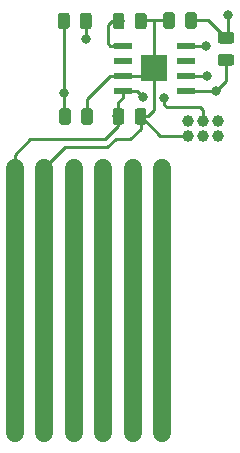
<source format=gtl>
G04 #@! TF.GenerationSoftware,KiCad,Pcbnew,(5.1.0)-1*
G04 #@! TF.CreationDate,2019-11-14T11:54:30+01:00*
G04 #@! TF.ProjectId,perpendicular_pcb,70657270-656e-4646-9963-756c61725f70,rev?*
G04 #@! TF.SameCoordinates,Original*
G04 #@! TF.FileFunction,Copper,L1,Top*
G04 #@! TF.FilePolarity,Positive*
%FSLAX46Y46*%
G04 Gerber Fmt 4.6, Leading zero omitted, Abs format (unit mm)*
G04 Created by KiCad (PCBNEW (5.1.0)-1) date 2019-11-14 11:54:30*
%MOMM*%
%LPD*%
G04 APERTURE LIST*
%ADD10C,0.100000*%
%ADD11C,0.975000*%
%ADD12C,0.533400*%
%ADD13R,1.600200X0.533400*%
%ADD14R,2.286000X2.286000*%
%ADD15C,0.800000*%
%ADD16C,1.000000*%
%ADD17C,1.500000*%
%ADD18C,0.250000*%
G04 APERTURE END LIST*
D10*
G36*
X156712642Y-82841174D02*
G01*
X156736303Y-82844684D01*
X156759507Y-82850496D01*
X156782029Y-82858554D01*
X156803653Y-82868782D01*
X156824170Y-82881079D01*
X156843383Y-82895329D01*
X156861107Y-82911393D01*
X156877171Y-82929117D01*
X156891421Y-82948330D01*
X156903718Y-82968847D01*
X156913946Y-82990471D01*
X156922004Y-83012993D01*
X156927816Y-83036197D01*
X156931326Y-83059858D01*
X156932500Y-83083750D01*
X156932500Y-83996250D01*
X156931326Y-84020142D01*
X156927816Y-84043803D01*
X156922004Y-84067007D01*
X156913946Y-84089529D01*
X156903718Y-84111153D01*
X156891421Y-84131670D01*
X156877171Y-84150883D01*
X156861107Y-84168607D01*
X156843383Y-84184671D01*
X156824170Y-84198921D01*
X156803653Y-84211218D01*
X156782029Y-84221446D01*
X156759507Y-84229504D01*
X156736303Y-84235316D01*
X156712642Y-84238826D01*
X156688750Y-84240000D01*
X156201250Y-84240000D01*
X156177358Y-84238826D01*
X156153697Y-84235316D01*
X156130493Y-84229504D01*
X156107971Y-84221446D01*
X156086347Y-84211218D01*
X156065830Y-84198921D01*
X156046617Y-84184671D01*
X156028893Y-84168607D01*
X156012829Y-84150883D01*
X155998579Y-84131670D01*
X155986282Y-84111153D01*
X155976054Y-84089529D01*
X155967996Y-84067007D01*
X155962184Y-84043803D01*
X155958674Y-84020142D01*
X155957500Y-83996250D01*
X155957500Y-83083750D01*
X155958674Y-83059858D01*
X155962184Y-83036197D01*
X155967996Y-83012993D01*
X155976054Y-82990471D01*
X155986282Y-82968847D01*
X155998579Y-82948330D01*
X156012829Y-82929117D01*
X156028893Y-82911393D01*
X156046617Y-82895329D01*
X156065830Y-82881079D01*
X156086347Y-82868782D01*
X156107971Y-82858554D01*
X156130493Y-82850496D01*
X156153697Y-82844684D01*
X156177358Y-82841174D01*
X156201250Y-82840000D01*
X156688750Y-82840000D01*
X156712642Y-82841174D01*
X156712642Y-82841174D01*
G37*
D11*
X156445000Y-83540000D03*
D10*
G36*
X154837642Y-82841174D02*
G01*
X154861303Y-82844684D01*
X154884507Y-82850496D01*
X154907029Y-82858554D01*
X154928653Y-82868782D01*
X154949170Y-82881079D01*
X154968383Y-82895329D01*
X154986107Y-82911393D01*
X155002171Y-82929117D01*
X155016421Y-82948330D01*
X155028718Y-82968847D01*
X155038946Y-82990471D01*
X155047004Y-83012993D01*
X155052816Y-83036197D01*
X155056326Y-83059858D01*
X155057500Y-83083750D01*
X155057500Y-83996250D01*
X155056326Y-84020142D01*
X155052816Y-84043803D01*
X155047004Y-84067007D01*
X155038946Y-84089529D01*
X155028718Y-84111153D01*
X155016421Y-84131670D01*
X155002171Y-84150883D01*
X154986107Y-84168607D01*
X154968383Y-84184671D01*
X154949170Y-84198921D01*
X154928653Y-84211218D01*
X154907029Y-84221446D01*
X154884507Y-84229504D01*
X154861303Y-84235316D01*
X154837642Y-84238826D01*
X154813750Y-84240000D01*
X154326250Y-84240000D01*
X154302358Y-84238826D01*
X154278697Y-84235316D01*
X154255493Y-84229504D01*
X154232971Y-84221446D01*
X154211347Y-84211218D01*
X154190830Y-84198921D01*
X154171617Y-84184671D01*
X154153893Y-84168607D01*
X154137829Y-84150883D01*
X154123579Y-84131670D01*
X154111282Y-84111153D01*
X154101054Y-84089529D01*
X154092996Y-84067007D01*
X154087184Y-84043803D01*
X154083674Y-84020142D01*
X154082500Y-83996250D01*
X154082500Y-83083750D01*
X154083674Y-83059858D01*
X154087184Y-83036197D01*
X154092996Y-83012993D01*
X154101054Y-82990471D01*
X154111282Y-82968847D01*
X154123579Y-82948330D01*
X154137829Y-82929117D01*
X154153893Y-82911393D01*
X154171617Y-82895329D01*
X154190830Y-82881079D01*
X154211347Y-82868782D01*
X154232971Y-82858554D01*
X154255493Y-82850496D01*
X154278697Y-82844684D01*
X154302358Y-82841174D01*
X154326250Y-82840000D01*
X154813750Y-82840000D01*
X154837642Y-82841174D01*
X154837642Y-82841174D01*
G37*
D11*
X154570000Y-83540000D03*
D10*
G36*
X159860142Y-86401174D02*
G01*
X159883803Y-86404684D01*
X159907007Y-86410496D01*
X159929529Y-86418554D01*
X159951153Y-86428782D01*
X159971670Y-86441079D01*
X159990883Y-86455329D01*
X160008607Y-86471393D01*
X160024671Y-86489117D01*
X160038921Y-86508330D01*
X160051218Y-86528847D01*
X160061446Y-86550471D01*
X160069504Y-86572993D01*
X160075316Y-86596197D01*
X160078826Y-86619858D01*
X160080000Y-86643750D01*
X160080000Y-87131250D01*
X160078826Y-87155142D01*
X160075316Y-87178803D01*
X160069504Y-87202007D01*
X160061446Y-87224529D01*
X160051218Y-87246153D01*
X160038921Y-87266670D01*
X160024671Y-87285883D01*
X160008607Y-87303607D01*
X159990883Y-87319671D01*
X159971670Y-87333921D01*
X159951153Y-87346218D01*
X159929529Y-87356446D01*
X159907007Y-87364504D01*
X159883803Y-87370316D01*
X159860142Y-87373826D01*
X159836250Y-87375000D01*
X158923750Y-87375000D01*
X158899858Y-87373826D01*
X158876197Y-87370316D01*
X158852993Y-87364504D01*
X158830471Y-87356446D01*
X158808847Y-87346218D01*
X158788330Y-87333921D01*
X158769117Y-87319671D01*
X158751393Y-87303607D01*
X158735329Y-87285883D01*
X158721079Y-87266670D01*
X158708782Y-87246153D01*
X158698554Y-87224529D01*
X158690496Y-87202007D01*
X158684684Y-87178803D01*
X158681174Y-87155142D01*
X158680000Y-87131250D01*
X158680000Y-86643750D01*
X158681174Y-86619858D01*
X158684684Y-86596197D01*
X158690496Y-86572993D01*
X158698554Y-86550471D01*
X158708782Y-86528847D01*
X158721079Y-86508330D01*
X158735329Y-86489117D01*
X158751393Y-86471393D01*
X158769117Y-86455329D01*
X158788330Y-86441079D01*
X158808847Y-86428782D01*
X158830471Y-86418554D01*
X158852993Y-86410496D01*
X158876197Y-86404684D01*
X158899858Y-86401174D01*
X158923750Y-86400000D01*
X159836250Y-86400000D01*
X159860142Y-86401174D01*
X159860142Y-86401174D01*
G37*
D11*
X159380000Y-86887500D03*
D10*
G36*
X159860142Y-84526174D02*
G01*
X159883803Y-84529684D01*
X159907007Y-84535496D01*
X159929529Y-84543554D01*
X159951153Y-84553782D01*
X159971670Y-84566079D01*
X159990883Y-84580329D01*
X160008607Y-84596393D01*
X160024671Y-84614117D01*
X160038921Y-84633330D01*
X160051218Y-84653847D01*
X160061446Y-84675471D01*
X160069504Y-84697993D01*
X160075316Y-84721197D01*
X160078826Y-84744858D01*
X160080000Y-84768750D01*
X160080000Y-85256250D01*
X160078826Y-85280142D01*
X160075316Y-85303803D01*
X160069504Y-85327007D01*
X160061446Y-85349529D01*
X160051218Y-85371153D01*
X160038921Y-85391670D01*
X160024671Y-85410883D01*
X160008607Y-85428607D01*
X159990883Y-85444671D01*
X159971670Y-85458921D01*
X159951153Y-85471218D01*
X159929529Y-85481446D01*
X159907007Y-85489504D01*
X159883803Y-85495316D01*
X159860142Y-85498826D01*
X159836250Y-85500000D01*
X158923750Y-85500000D01*
X158899858Y-85498826D01*
X158876197Y-85495316D01*
X158852993Y-85489504D01*
X158830471Y-85481446D01*
X158808847Y-85471218D01*
X158788330Y-85458921D01*
X158769117Y-85444671D01*
X158751393Y-85428607D01*
X158735329Y-85410883D01*
X158721079Y-85391670D01*
X158708782Y-85371153D01*
X158698554Y-85349529D01*
X158690496Y-85327007D01*
X158684684Y-85303803D01*
X158681174Y-85280142D01*
X158680000Y-85256250D01*
X158680000Y-84768750D01*
X158681174Y-84744858D01*
X158684684Y-84721197D01*
X158690496Y-84697993D01*
X158698554Y-84675471D01*
X158708782Y-84653847D01*
X158721079Y-84633330D01*
X158735329Y-84614117D01*
X158751393Y-84596393D01*
X158769117Y-84580329D01*
X158788330Y-84566079D01*
X158808847Y-84553782D01*
X158830471Y-84543554D01*
X158852993Y-84535496D01*
X158876197Y-84529684D01*
X158899858Y-84526174D01*
X158923750Y-84525000D01*
X159836250Y-84525000D01*
X159860142Y-84526174D01*
X159860142Y-84526174D01*
G37*
D11*
X159380000Y-85012500D03*
D10*
G36*
X146022642Y-90961174D02*
G01*
X146046303Y-90964684D01*
X146069507Y-90970496D01*
X146092029Y-90978554D01*
X146113653Y-90988782D01*
X146134170Y-91001079D01*
X146153383Y-91015329D01*
X146171107Y-91031393D01*
X146187171Y-91049117D01*
X146201421Y-91068330D01*
X146213718Y-91088847D01*
X146223946Y-91110471D01*
X146232004Y-91132993D01*
X146237816Y-91156197D01*
X146241326Y-91179858D01*
X146242500Y-91203750D01*
X146242500Y-92116250D01*
X146241326Y-92140142D01*
X146237816Y-92163803D01*
X146232004Y-92187007D01*
X146223946Y-92209529D01*
X146213718Y-92231153D01*
X146201421Y-92251670D01*
X146187171Y-92270883D01*
X146171107Y-92288607D01*
X146153383Y-92304671D01*
X146134170Y-92318921D01*
X146113653Y-92331218D01*
X146092029Y-92341446D01*
X146069507Y-92349504D01*
X146046303Y-92355316D01*
X146022642Y-92358826D01*
X145998750Y-92360000D01*
X145511250Y-92360000D01*
X145487358Y-92358826D01*
X145463697Y-92355316D01*
X145440493Y-92349504D01*
X145417971Y-92341446D01*
X145396347Y-92331218D01*
X145375830Y-92318921D01*
X145356617Y-92304671D01*
X145338893Y-92288607D01*
X145322829Y-92270883D01*
X145308579Y-92251670D01*
X145296282Y-92231153D01*
X145286054Y-92209529D01*
X145277996Y-92187007D01*
X145272184Y-92163803D01*
X145268674Y-92140142D01*
X145267500Y-92116250D01*
X145267500Y-91203750D01*
X145268674Y-91179858D01*
X145272184Y-91156197D01*
X145277996Y-91132993D01*
X145286054Y-91110471D01*
X145296282Y-91088847D01*
X145308579Y-91068330D01*
X145322829Y-91049117D01*
X145338893Y-91031393D01*
X145356617Y-91015329D01*
X145375830Y-91001079D01*
X145396347Y-90988782D01*
X145417971Y-90978554D01*
X145440493Y-90970496D01*
X145463697Y-90964684D01*
X145487358Y-90961174D01*
X145511250Y-90960000D01*
X145998750Y-90960000D01*
X146022642Y-90961174D01*
X146022642Y-90961174D01*
G37*
D11*
X145755000Y-91660000D03*
D10*
G36*
X147897642Y-90961174D02*
G01*
X147921303Y-90964684D01*
X147944507Y-90970496D01*
X147967029Y-90978554D01*
X147988653Y-90988782D01*
X148009170Y-91001079D01*
X148028383Y-91015329D01*
X148046107Y-91031393D01*
X148062171Y-91049117D01*
X148076421Y-91068330D01*
X148088718Y-91088847D01*
X148098946Y-91110471D01*
X148107004Y-91132993D01*
X148112816Y-91156197D01*
X148116326Y-91179858D01*
X148117500Y-91203750D01*
X148117500Y-92116250D01*
X148116326Y-92140142D01*
X148112816Y-92163803D01*
X148107004Y-92187007D01*
X148098946Y-92209529D01*
X148088718Y-92231153D01*
X148076421Y-92251670D01*
X148062171Y-92270883D01*
X148046107Y-92288607D01*
X148028383Y-92304671D01*
X148009170Y-92318921D01*
X147988653Y-92331218D01*
X147967029Y-92341446D01*
X147944507Y-92349504D01*
X147921303Y-92355316D01*
X147897642Y-92358826D01*
X147873750Y-92360000D01*
X147386250Y-92360000D01*
X147362358Y-92358826D01*
X147338697Y-92355316D01*
X147315493Y-92349504D01*
X147292971Y-92341446D01*
X147271347Y-92331218D01*
X147250830Y-92318921D01*
X147231617Y-92304671D01*
X147213893Y-92288607D01*
X147197829Y-92270883D01*
X147183579Y-92251670D01*
X147171282Y-92231153D01*
X147161054Y-92209529D01*
X147152996Y-92187007D01*
X147147184Y-92163803D01*
X147143674Y-92140142D01*
X147142500Y-92116250D01*
X147142500Y-91203750D01*
X147143674Y-91179858D01*
X147147184Y-91156197D01*
X147152996Y-91132993D01*
X147161054Y-91110471D01*
X147171282Y-91088847D01*
X147183579Y-91068330D01*
X147197829Y-91049117D01*
X147213893Y-91031393D01*
X147231617Y-91015329D01*
X147250830Y-91001079D01*
X147271347Y-90988782D01*
X147292971Y-90978554D01*
X147315493Y-90970496D01*
X147338697Y-90964684D01*
X147362358Y-90961174D01*
X147386250Y-90960000D01*
X147873750Y-90960000D01*
X147897642Y-90961174D01*
X147897642Y-90961174D01*
G37*
D11*
X147630000Y-91660000D03*
D10*
G36*
X145932642Y-82871174D02*
G01*
X145956303Y-82874684D01*
X145979507Y-82880496D01*
X146002029Y-82888554D01*
X146023653Y-82898782D01*
X146044170Y-82911079D01*
X146063383Y-82925329D01*
X146081107Y-82941393D01*
X146097171Y-82959117D01*
X146111421Y-82978330D01*
X146123718Y-82998847D01*
X146133946Y-83020471D01*
X146142004Y-83042993D01*
X146147816Y-83066197D01*
X146151326Y-83089858D01*
X146152500Y-83113750D01*
X146152500Y-84026250D01*
X146151326Y-84050142D01*
X146147816Y-84073803D01*
X146142004Y-84097007D01*
X146133946Y-84119529D01*
X146123718Y-84141153D01*
X146111421Y-84161670D01*
X146097171Y-84180883D01*
X146081107Y-84198607D01*
X146063383Y-84214671D01*
X146044170Y-84228921D01*
X146023653Y-84241218D01*
X146002029Y-84251446D01*
X145979507Y-84259504D01*
X145956303Y-84265316D01*
X145932642Y-84268826D01*
X145908750Y-84270000D01*
X145421250Y-84270000D01*
X145397358Y-84268826D01*
X145373697Y-84265316D01*
X145350493Y-84259504D01*
X145327971Y-84251446D01*
X145306347Y-84241218D01*
X145285830Y-84228921D01*
X145266617Y-84214671D01*
X145248893Y-84198607D01*
X145232829Y-84180883D01*
X145218579Y-84161670D01*
X145206282Y-84141153D01*
X145196054Y-84119529D01*
X145187996Y-84097007D01*
X145182184Y-84073803D01*
X145178674Y-84050142D01*
X145177500Y-84026250D01*
X145177500Y-83113750D01*
X145178674Y-83089858D01*
X145182184Y-83066197D01*
X145187996Y-83042993D01*
X145196054Y-83020471D01*
X145206282Y-82998847D01*
X145218579Y-82978330D01*
X145232829Y-82959117D01*
X145248893Y-82941393D01*
X145266617Y-82925329D01*
X145285830Y-82911079D01*
X145306347Y-82898782D01*
X145327971Y-82888554D01*
X145350493Y-82880496D01*
X145373697Y-82874684D01*
X145397358Y-82871174D01*
X145421250Y-82870000D01*
X145908750Y-82870000D01*
X145932642Y-82871174D01*
X145932642Y-82871174D01*
G37*
D11*
X145665000Y-83570000D03*
D10*
G36*
X147807642Y-82871174D02*
G01*
X147831303Y-82874684D01*
X147854507Y-82880496D01*
X147877029Y-82888554D01*
X147898653Y-82898782D01*
X147919170Y-82911079D01*
X147938383Y-82925329D01*
X147956107Y-82941393D01*
X147972171Y-82959117D01*
X147986421Y-82978330D01*
X147998718Y-82998847D01*
X148008946Y-83020471D01*
X148017004Y-83042993D01*
X148022816Y-83066197D01*
X148026326Y-83089858D01*
X148027500Y-83113750D01*
X148027500Y-84026250D01*
X148026326Y-84050142D01*
X148022816Y-84073803D01*
X148017004Y-84097007D01*
X148008946Y-84119529D01*
X147998718Y-84141153D01*
X147986421Y-84161670D01*
X147972171Y-84180883D01*
X147956107Y-84198607D01*
X147938383Y-84214671D01*
X147919170Y-84228921D01*
X147898653Y-84241218D01*
X147877029Y-84251446D01*
X147854507Y-84259504D01*
X147831303Y-84265316D01*
X147807642Y-84268826D01*
X147783750Y-84270000D01*
X147296250Y-84270000D01*
X147272358Y-84268826D01*
X147248697Y-84265316D01*
X147225493Y-84259504D01*
X147202971Y-84251446D01*
X147181347Y-84241218D01*
X147160830Y-84228921D01*
X147141617Y-84214671D01*
X147123893Y-84198607D01*
X147107829Y-84180883D01*
X147093579Y-84161670D01*
X147081282Y-84141153D01*
X147071054Y-84119529D01*
X147062996Y-84097007D01*
X147057184Y-84073803D01*
X147053674Y-84050142D01*
X147052500Y-84026250D01*
X147052500Y-83113750D01*
X147053674Y-83089858D01*
X147057184Y-83066197D01*
X147062996Y-83042993D01*
X147071054Y-83020471D01*
X147081282Y-82998847D01*
X147093579Y-82978330D01*
X147107829Y-82959117D01*
X147123893Y-82941393D01*
X147141617Y-82925329D01*
X147160830Y-82911079D01*
X147181347Y-82898782D01*
X147202971Y-82888554D01*
X147225493Y-82880496D01*
X147248697Y-82874684D01*
X147272358Y-82871174D01*
X147296250Y-82870000D01*
X147783750Y-82870000D01*
X147807642Y-82871174D01*
X147807642Y-82871174D01*
G37*
D11*
X147540000Y-83570000D03*
D10*
G36*
X150582642Y-82901174D02*
G01*
X150606303Y-82904684D01*
X150629507Y-82910496D01*
X150652029Y-82918554D01*
X150673653Y-82928782D01*
X150694170Y-82941079D01*
X150713383Y-82955329D01*
X150731107Y-82971393D01*
X150747171Y-82989117D01*
X150761421Y-83008330D01*
X150773718Y-83028847D01*
X150783946Y-83050471D01*
X150792004Y-83072993D01*
X150797816Y-83096197D01*
X150801326Y-83119858D01*
X150802500Y-83143750D01*
X150802500Y-84056250D01*
X150801326Y-84080142D01*
X150797816Y-84103803D01*
X150792004Y-84127007D01*
X150783946Y-84149529D01*
X150773718Y-84171153D01*
X150761421Y-84191670D01*
X150747171Y-84210883D01*
X150731107Y-84228607D01*
X150713383Y-84244671D01*
X150694170Y-84258921D01*
X150673653Y-84271218D01*
X150652029Y-84281446D01*
X150629507Y-84289504D01*
X150606303Y-84295316D01*
X150582642Y-84298826D01*
X150558750Y-84300000D01*
X150071250Y-84300000D01*
X150047358Y-84298826D01*
X150023697Y-84295316D01*
X150000493Y-84289504D01*
X149977971Y-84281446D01*
X149956347Y-84271218D01*
X149935830Y-84258921D01*
X149916617Y-84244671D01*
X149898893Y-84228607D01*
X149882829Y-84210883D01*
X149868579Y-84191670D01*
X149856282Y-84171153D01*
X149846054Y-84149529D01*
X149837996Y-84127007D01*
X149832184Y-84103803D01*
X149828674Y-84080142D01*
X149827500Y-84056250D01*
X149827500Y-83143750D01*
X149828674Y-83119858D01*
X149832184Y-83096197D01*
X149837996Y-83072993D01*
X149846054Y-83050471D01*
X149856282Y-83028847D01*
X149868579Y-83008330D01*
X149882829Y-82989117D01*
X149898893Y-82971393D01*
X149916617Y-82955329D01*
X149935830Y-82941079D01*
X149956347Y-82928782D01*
X149977971Y-82918554D01*
X150000493Y-82910496D01*
X150023697Y-82904684D01*
X150047358Y-82901174D01*
X150071250Y-82900000D01*
X150558750Y-82900000D01*
X150582642Y-82901174D01*
X150582642Y-82901174D01*
G37*
D11*
X150315000Y-83600000D03*
D10*
G36*
X152457642Y-82901174D02*
G01*
X152481303Y-82904684D01*
X152504507Y-82910496D01*
X152527029Y-82918554D01*
X152548653Y-82928782D01*
X152569170Y-82941079D01*
X152588383Y-82955329D01*
X152606107Y-82971393D01*
X152622171Y-82989117D01*
X152636421Y-83008330D01*
X152648718Y-83028847D01*
X152658946Y-83050471D01*
X152667004Y-83072993D01*
X152672816Y-83096197D01*
X152676326Y-83119858D01*
X152677500Y-83143750D01*
X152677500Y-84056250D01*
X152676326Y-84080142D01*
X152672816Y-84103803D01*
X152667004Y-84127007D01*
X152658946Y-84149529D01*
X152648718Y-84171153D01*
X152636421Y-84191670D01*
X152622171Y-84210883D01*
X152606107Y-84228607D01*
X152588383Y-84244671D01*
X152569170Y-84258921D01*
X152548653Y-84271218D01*
X152527029Y-84281446D01*
X152504507Y-84289504D01*
X152481303Y-84295316D01*
X152457642Y-84298826D01*
X152433750Y-84300000D01*
X151946250Y-84300000D01*
X151922358Y-84298826D01*
X151898697Y-84295316D01*
X151875493Y-84289504D01*
X151852971Y-84281446D01*
X151831347Y-84271218D01*
X151810830Y-84258921D01*
X151791617Y-84244671D01*
X151773893Y-84228607D01*
X151757829Y-84210883D01*
X151743579Y-84191670D01*
X151731282Y-84171153D01*
X151721054Y-84149529D01*
X151712996Y-84127007D01*
X151707184Y-84103803D01*
X151703674Y-84080142D01*
X151702500Y-84056250D01*
X151702500Y-83143750D01*
X151703674Y-83119858D01*
X151707184Y-83096197D01*
X151712996Y-83072993D01*
X151721054Y-83050471D01*
X151731282Y-83028847D01*
X151743579Y-83008330D01*
X151757829Y-82989117D01*
X151773893Y-82971393D01*
X151791617Y-82955329D01*
X151810830Y-82941079D01*
X151831347Y-82928782D01*
X151852971Y-82918554D01*
X151875493Y-82910496D01*
X151898697Y-82904684D01*
X151922358Y-82901174D01*
X151946250Y-82900000D01*
X152433750Y-82900000D01*
X152457642Y-82901174D01*
X152457642Y-82901174D01*
G37*
D11*
X152190000Y-83600000D03*
D10*
G36*
X150557642Y-90971174D02*
G01*
X150581303Y-90974684D01*
X150604507Y-90980496D01*
X150627029Y-90988554D01*
X150648653Y-90998782D01*
X150669170Y-91011079D01*
X150688383Y-91025329D01*
X150706107Y-91041393D01*
X150722171Y-91059117D01*
X150736421Y-91078330D01*
X150748718Y-91098847D01*
X150758946Y-91120471D01*
X150767004Y-91142993D01*
X150772816Y-91166197D01*
X150776326Y-91189858D01*
X150777500Y-91213750D01*
X150777500Y-92126250D01*
X150776326Y-92150142D01*
X150772816Y-92173803D01*
X150767004Y-92197007D01*
X150758946Y-92219529D01*
X150748718Y-92241153D01*
X150736421Y-92261670D01*
X150722171Y-92280883D01*
X150706107Y-92298607D01*
X150688383Y-92314671D01*
X150669170Y-92328921D01*
X150648653Y-92341218D01*
X150627029Y-92351446D01*
X150604507Y-92359504D01*
X150581303Y-92365316D01*
X150557642Y-92368826D01*
X150533750Y-92370000D01*
X150046250Y-92370000D01*
X150022358Y-92368826D01*
X149998697Y-92365316D01*
X149975493Y-92359504D01*
X149952971Y-92351446D01*
X149931347Y-92341218D01*
X149910830Y-92328921D01*
X149891617Y-92314671D01*
X149873893Y-92298607D01*
X149857829Y-92280883D01*
X149843579Y-92261670D01*
X149831282Y-92241153D01*
X149821054Y-92219529D01*
X149812996Y-92197007D01*
X149807184Y-92173803D01*
X149803674Y-92150142D01*
X149802500Y-92126250D01*
X149802500Y-91213750D01*
X149803674Y-91189858D01*
X149807184Y-91166197D01*
X149812996Y-91142993D01*
X149821054Y-91120471D01*
X149831282Y-91098847D01*
X149843579Y-91078330D01*
X149857829Y-91059117D01*
X149873893Y-91041393D01*
X149891617Y-91025329D01*
X149910830Y-91011079D01*
X149931347Y-90998782D01*
X149952971Y-90988554D01*
X149975493Y-90980496D01*
X149998697Y-90974684D01*
X150022358Y-90971174D01*
X150046250Y-90970000D01*
X150533750Y-90970000D01*
X150557642Y-90971174D01*
X150557642Y-90971174D01*
G37*
D11*
X150290000Y-91670000D03*
D10*
G36*
X152432642Y-90971174D02*
G01*
X152456303Y-90974684D01*
X152479507Y-90980496D01*
X152502029Y-90988554D01*
X152523653Y-90998782D01*
X152544170Y-91011079D01*
X152563383Y-91025329D01*
X152581107Y-91041393D01*
X152597171Y-91059117D01*
X152611421Y-91078330D01*
X152623718Y-91098847D01*
X152633946Y-91120471D01*
X152642004Y-91142993D01*
X152647816Y-91166197D01*
X152651326Y-91189858D01*
X152652500Y-91213750D01*
X152652500Y-92126250D01*
X152651326Y-92150142D01*
X152647816Y-92173803D01*
X152642004Y-92197007D01*
X152633946Y-92219529D01*
X152623718Y-92241153D01*
X152611421Y-92261670D01*
X152597171Y-92280883D01*
X152581107Y-92298607D01*
X152563383Y-92314671D01*
X152544170Y-92328921D01*
X152523653Y-92341218D01*
X152502029Y-92351446D01*
X152479507Y-92359504D01*
X152456303Y-92365316D01*
X152432642Y-92368826D01*
X152408750Y-92370000D01*
X151921250Y-92370000D01*
X151897358Y-92368826D01*
X151873697Y-92365316D01*
X151850493Y-92359504D01*
X151827971Y-92351446D01*
X151806347Y-92341218D01*
X151785830Y-92328921D01*
X151766617Y-92314671D01*
X151748893Y-92298607D01*
X151732829Y-92280883D01*
X151718579Y-92261670D01*
X151706282Y-92241153D01*
X151696054Y-92219529D01*
X151687996Y-92197007D01*
X151682184Y-92173803D01*
X151678674Y-92150142D01*
X151677500Y-92126250D01*
X151677500Y-91213750D01*
X151678674Y-91189858D01*
X151682184Y-91166197D01*
X151687996Y-91142993D01*
X151696054Y-91120471D01*
X151706282Y-91098847D01*
X151718579Y-91078330D01*
X151732829Y-91059117D01*
X151748893Y-91041393D01*
X151766617Y-91025329D01*
X151785830Y-91011079D01*
X151806347Y-90998782D01*
X151827971Y-90988554D01*
X151850493Y-90980496D01*
X151873697Y-90974684D01*
X151897358Y-90971174D01*
X151921250Y-90970000D01*
X152408750Y-90970000D01*
X152432642Y-90971174D01*
X152432642Y-90971174D01*
G37*
D11*
X152165000Y-91670000D03*
D10*
G36*
X151349821Y-85433942D02*
G01*
X151362765Y-85435862D01*
X151375459Y-85439042D01*
X151387781Y-85443451D01*
X151399611Y-85449046D01*
X151410835Y-85455774D01*
X151421346Y-85463569D01*
X151431043Y-85472357D01*
X151439831Y-85482054D01*
X151447626Y-85492565D01*
X151454354Y-85503789D01*
X151459949Y-85515619D01*
X151464358Y-85527941D01*
X151467538Y-85540635D01*
X151469458Y-85553579D01*
X151470100Y-85566650D01*
X151470100Y-85833350D01*
X151469458Y-85846421D01*
X151467538Y-85859365D01*
X151464358Y-85872059D01*
X151459949Y-85884381D01*
X151454354Y-85896211D01*
X151447626Y-85907435D01*
X151439831Y-85917946D01*
X151431043Y-85927643D01*
X151421346Y-85936431D01*
X151410835Y-85944226D01*
X151399611Y-85950954D01*
X151387781Y-85956549D01*
X151375459Y-85960958D01*
X151362765Y-85964138D01*
X151349821Y-85966058D01*
X151336750Y-85966700D01*
X150003250Y-85966700D01*
X149990179Y-85966058D01*
X149977235Y-85964138D01*
X149964541Y-85960958D01*
X149952219Y-85956549D01*
X149940389Y-85950954D01*
X149929165Y-85944226D01*
X149918654Y-85936431D01*
X149908957Y-85927643D01*
X149900169Y-85917946D01*
X149892374Y-85907435D01*
X149885646Y-85896211D01*
X149880051Y-85884381D01*
X149875642Y-85872059D01*
X149872462Y-85859365D01*
X149870542Y-85846421D01*
X149869900Y-85833350D01*
X149869900Y-85566650D01*
X149870542Y-85553579D01*
X149872462Y-85540635D01*
X149875642Y-85527941D01*
X149880051Y-85515619D01*
X149885646Y-85503789D01*
X149892374Y-85492565D01*
X149900169Y-85482054D01*
X149908957Y-85472357D01*
X149918654Y-85463569D01*
X149929165Y-85455774D01*
X149940389Y-85449046D01*
X149952219Y-85443451D01*
X149964541Y-85439042D01*
X149977235Y-85435862D01*
X149990179Y-85433942D01*
X150003250Y-85433300D01*
X151336750Y-85433300D01*
X151349821Y-85433942D01*
X151349821Y-85433942D01*
G37*
D12*
X150670000Y-85700000D03*
D13*
X150670000Y-86970000D03*
X150670000Y-88240000D03*
X150670000Y-89510000D03*
X156004000Y-89510000D03*
X156004000Y-88240000D03*
X156004000Y-86970000D03*
X156004000Y-85700000D03*
D14*
X153337000Y-87605000D03*
D15*
X154000000Y-96000000D03*
X151500000Y-96000000D03*
X149000000Y-96000000D03*
D16*
X157415000Y-93290000D03*
X158685000Y-93290000D03*
X156145000Y-92020000D03*
X158685000Y-92020000D03*
D15*
X152350000Y-90020000D03*
X141500000Y-96000000D03*
X157670000Y-85690000D03*
D16*
X157415000Y-92020000D03*
D15*
X154190000Y-90130000D03*
D16*
X156145000Y-93290000D03*
D15*
X144000000Y-96000000D03*
X159610000Y-83070000D03*
X157790000Y-88250000D03*
X147540000Y-85080000D03*
X146500000Y-96000000D03*
X158520000Y-89510000D03*
X145665000Y-89715000D03*
D17*
X154000000Y-118500000D02*
X154000000Y-96000000D01*
X151500000Y-118500000D02*
X151500000Y-96000000D01*
X149000000Y-118500000D02*
X149000000Y-96000000D01*
D18*
X151899999Y-95600001D02*
X151909999Y-95600001D01*
X151500000Y-96000000D02*
X151899999Y-95600001D01*
D17*
X141500000Y-118500000D02*
X141500000Y-96000000D01*
D18*
X156014000Y-85690000D02*
X156004000Y-85700000D01*
X157670000Y-85690000D02*
X156014000Y-85690000D01*
X150670000Y-89510000D02*
X150670000Y-90080000D01*
X150290000Y-90460000D02*
X150290000Y-91670000D01*
X150670000Y-90080000D02*
X150290000Y-90460000D01*
X151840000Y-89510000D02*
X152350000Y-90020000D01*
X150670000Y-89510000D02*
X151840000Y-89510000D01*
X150290000Y-92470000D02*
X149140000Y-93620000D01*
X150290000Y-91670000D02*
X150290000Y-92470000D01*
X141500000Y-96000000D02*
X141500000Y-94920000D01*
X142800000Y-93620000D02*
X149140000Y-93620000D01*
X141500000Y-94920000D02*
X142800000Y-93620000D01*
X157415000Y-91095000D02*
X157415000Y-92020000D01*
X157230000Y-90910000D02*
X157415000Y-91095000D01*
X154400000Y-90910000D02*
X157230000Y-90910000D01*
X154190000Y-90130000D02*
X154190000Y-90700000D01*
X154190000Y-90700000D02*
X154400000Y-90910000D01*
D17*
X144000000Y-118500000D02*
X144000000Y-96000000D01*
D18*
X152557500Y-83540000D02*
X152507500Y-83590000D01*
X152702000Y-88240000D02*
X153337000Y-87605000D01*
X150670000Y-88240000D02*
X152702000Y-88240000D01*
X154570000Y-83540000D02*
X153570000Y-83540000D01*
X153337000Y-83547000D02*
X153330000Y-83540000D01*
X153337000Y-87605000D02*
X153337000Y-83547000D01*
X153570000Y-83540000D02*
X153330000Y-83540000D01*
X153330000Y-83540000D02*
X152557500Y-83540000D01*
X152784000Y-91670000D02*
X152165000Y-91670000D01*
X153177000Y-91277000D02*
X152784000Y-91670000D01*
X150670000Y-88240000D02*
X150136600Y-88240000D01*
X153337000Y-91117000D02*
X152784000Y-91670000D01*
X153337000Y-90793000D02*
X153337000Y-91117000D01*
X153337000Y-87605000D02*
X153337000Y-90793000D01*
X147630000Y-90860000D02*
X147630000Y-91660000D01*
X147630000Y-90229900D02*
X147630000Y-90860000D01*
X149619900Y-88240000D02*
X147630000Y-90229900D01*
X150670000Y-88240000D02*
X149619900Y-88240000D01*
X152165000Y-92695000D02*
X152165000Y-91670000D01*
X151310000Y-93550000D02*
X152165000Y-92695000D01*
X150050000Y-93550000D02*
X151310000Y-93550000D01*
X149350000Y-94250000D02*
X150050000Y-93550000D01*
X144000000Y-96000000D02*
X145750000Y-94250000D01*
X145750000Y-94250000D02*
X149350000Y-94250000D01*
X153785000Y-93290000D02*
X152165000Y-91670000D01*
X156145000Y-93290000D02*
X153785000Y-93290000D01*
X150632500Y-85662500D02*
X150670000Y-85700000D01*
X149380000Y-83947500D02*
X149380000Y-85460100D01*
X149727500Y-83600000D02*
X149380000Y-83947500D01*
X150315000Y-83600000D02*
X149727500Y-83600000D01*
X149619900Y-85700000D02*
X150670000Y-85700000D01*
X149380000Y-85460100D02*
X149619900Y-85700000D01*
X156520000Y-83615000D02*
X156445000Y-83540000D01*
X157907500Y-83540000D02*
X156445000Y-83540000D01*
X159380000Y-85012500D02*
X157907500Y-83540000D01*
X156004000Y-88240000D02*
X157730000Y-88240000D01*
X159610000Y-84782500D02*
X159380000Y-85012500D01*
X159610000Y-83070000D02*
X159610000Y-84782500D01*
X147540000Y-84370000D02*
X147550000Y-84380000D01*
X147540000Y-83570000D02*
X147540000Y-84370000D01*
X147540000Y-84370000D02*
X147540000Y-85080000D01*
X147540000Y-85080000D02*
X147540000Y-85080000D01*
D17*
X146500000Y-118500000D02*
X146500000Y-96000000D01*
D18*
X156074000Y-89440000D02*
X156004000Y-89510000D01*
X158520000Y-89510000D02*
X158520000Y-89510000D01*
X159370000Y-88660000D02*
X158520000Y-89510000D01*
X159370000Y-87485000D02*
X159370000Y-88660000D01*
X159380000Y-86887500D02*
X159380000Y-87475000D01*
X159380000Y-87475000D02*
X159370000Y-87485000D01*
X145665000Y-91570000D02*
X145755000Y-91660000D01*
X145665000Y-83570000D02*
X145665000Y-89715000D01*
X158520000Y-89510000D02*
X156004000Y-89510000D01*
X145665000Y-89715000D02*
X145665000Y-91570000D01*
M02*

</source>
